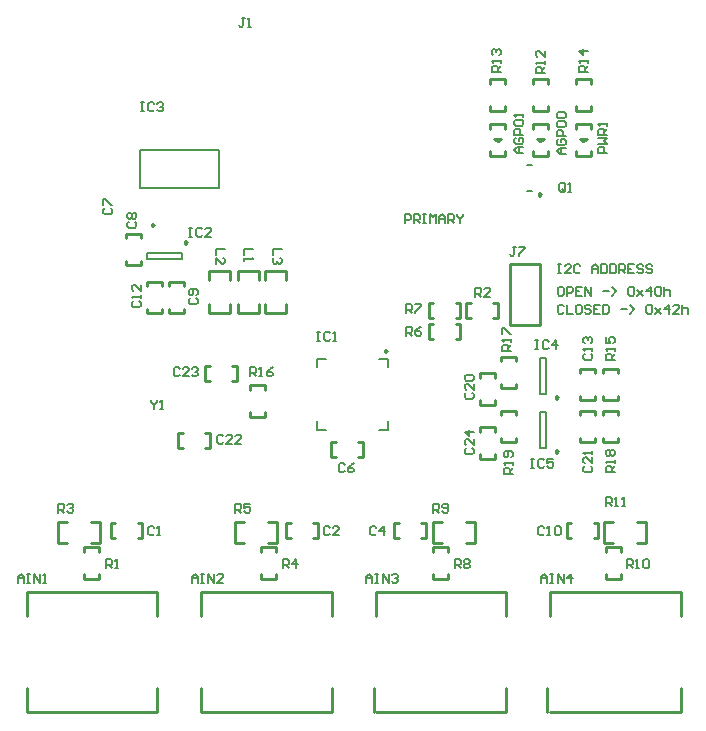
<source format=gto>
%FSLAX24Y24*%
%MOIN*%
G70*
G01*
G75*
%ADD10C,0.0079*%
%ADD11R,0.0300X0.0300*%
%ADD12R,0.0300X0.0300*%
%ADD13R,0.0492X0.0768*%
%ADD14R,0.0276X0.0079*%
%ADD15R,0.1437X0.1437*%
%ADD16R,0.0079X0.0276*%
%ADD17R,0.0236X0.0394*%
%ADD18R,0.1378X0.0846*%
%ADD19R,0.0433X0.0846*%
%ADD20R,0.0433X0.0846*%
%ADD21R,0.0433X0.0236*%
%ADD22R,0.0500X0.0400*%
%ADD23O,0.0512X0.0138*%
%ADD24R,0.0400X0.0500*%
%ADD25R,0.0787X0.0472*%
%ADD26C,0.0118*%
%ADD27R,0.1400X0.0900*%
%ADD28R,0.1140X0.0550*%
%ADD29R,0.1400X0.1550*%
%ADD30C,0.1969*%
%ADD31C,0.1181*%
%ADD32C,0.1575*%
%ADD33O,0.0709X0.0787*%
%ADD34C,0.0600*%
%ADD35O,0.0472X0.0551*%
%ADD36R,0.0709X0.0709*%
%ADD37C,0.0709*%
%ADD38C,0.0236*%
%ADD39C,0.0197*%
%ADD40C,0.0039*%
%ADD41C,0.0098*%
%ADD42C,0.0100*%
%ADD43C,0.0090*%
%ADD44C,0.0050*%
D10*
X10419Y11686D02*
Y11981D01*
X10714D01*
X10419Y9619D02*
Y9914D01*
Y9619D02*
X10714D01*
X12486D02*
X12781D01*
Y9914D01*
Y11686D02*
Y11981D01*
X12486D02*
X12781D01*
X4759Y15302D02*
X5941D01*
X4759Y15498D02*
X5941D01*
X4759Y15302D02*
Y15498D01*
X5941Y15302D02*
Y15498D01*
X7169Y17660D02*
Y18940D01*
X4531Y17660D02*
Y18940D01*
Y17660D02*
X7169D01*
X4531Y18940D02*
X7169D01*
X17852Y10790D02*
Y12010D01*
X18048Y10790D02*
Y12010D01*
X17852D02*
X18048D01*
X17852Y10790D02*
X18048D01*
X17852Y8990D02*
Y10210D01*
X18048Y8990D02*
Y10210D01*
X17852D02*
X18048D01*
X17852Y8990D02*
X18048D01*
X17421Y18433D02*
X17579D01*
X17421Y17567D02*
X17579D01*
D40*
X3834Y16477D02*
D03*
D41*
X12771Y12237D02*
X12697Y12280D01*
Y12194D01*
X12771Y12237D01*
X6108Y15853D02*
X6034Y15895D01*
Y15810D01*
X6108Y15853D01*
X4994Y16440D02*
X4920Y16482D01*
Y16397D01*
X4994Y16440D01*
X18472Y10691D02*
X18398Y10734D01*
Y10649D01*
X18472Y10691D01*
Y8891D02*
X18398Y8934D01*
Y8849D01*
X18472Y8891D01*
X17884Y17459D02*
X17810Y17501D01*
Y17416D01*
X17884Y17459D01*
D42*
X5100Y3400D02*
Y4200D01*
X18200D02*
X22550D01*
X18200Y200D02*
X22550D01*
X12383Y4200D02*
X16733D01*
X12383Y200D02*
X16733D01*
X6567Y4200D02*
X10917D01*
X6567Y200D02*
X10917D01*
X750Y4200D02*
X5100D01*
X750Y200D02*
X5100D01*
X16332Y19314D02*
X16568D01*
X16332D02*
X16450Y19235D01*
X16568Y19314D01*
X17757D02*
X17993D01*
X17757D02*
X17875Y19235D01*
X17993Y19314D01*
X6567Y200D02*
Y1000D01*
X10917Y200D02*
Y1000D01*
X12333Y200D02*
Y1000D01*
X16733Y200D02*
Y1000D01*
X18100Y200D02*
Y1000D01*
X22550Y200D02*
Y1000D01*
Y3400D02*
Y4200D01*
X18200Y3400D02*
Y4200D01*
X16733Y3400D02*
Y4200D01*
X12383Y3400D02*
Y4200D01*
X10917Y3400D02*
Y4200D01*
X6567Y3400D02*
Y4200D01*
X750Y3400D02*
Y4200D01*
X5100Y200D02*
Y1000D01*
X750Y200D02*
Y1000D01*
X16850Y13100D02*
X17850D01*
Y15120D01*
X16850Y13100D02*
Y15120D01*
X17850D01*
X19182Y19314D02*
X19418D01*
X19182D02*
X19300Y19235D01*
X19418Y19314D01*
D43*
X16700Y18750D02*
Y18900D01*
X16200Y18750D02*
X16700D01*
X16200D02*
Y18900D01*
X16700Y19650D02*
Y19800D01*
X16200D02*
X16700D01*
X16200Y19650D02*
Y19800D01*
X18125Y18750D02*
Y18900D01*
X17625Y18750D02*
X18125D01*
X17625D02*
Y18900D01*
X18125Y19650D02*
Y19800D01*
X17625D02*
X18125D01*
X17625Y19650D02*
Y19800D01*
X19550Y18750D02*
Y18900D01*
X19050Y18750D02*
X19550D01*
X19050D02*
Y18900D01*
X19550Y19650D02*
Y19800D01*
X19050D02*
X19550D01*
X19050Y19650D02*
Y19800D01*
X18125Y21150D02*
Y21300D01*
X17625Y21150D02*
Y21300D01*
Y21300D02*
X18125D01*
Y20250D02*
Y20400D01*
X17625Y20250D02*
Y20400D01*
Y20250D02*
X18125D01*
X16700Y21150D02*
Y21300D01*
X16200Y21150D02*
Y21300D01*
Y21300D02*
X16700D01*
Y20250D02*
Y20400D01*
X16200Y20250D02*
Y20400D01*
Y20250D02*
X16700D01*
X4450Y6000D02*
X4600D01*
X4450Y6500D02*
X4600D01*
X4600Y6000D02*
Y6500D01*
X3550Y6000D02*
X3700D01*
X3550Y6500D02*
X3700D01*
X3550Y6000D02*
Y6500D01*
X10300Y6000D02*
X10450D01*
X10300Y6500D02*
X10450D01*
X10450Y6000D02*
Y6500D01*
X9400Y6000D02*
X9550D01*
X9400Y6500D02*
X9550D01*
X9400Y6000D02*
Y6500D01*
X13000D02*
X13150D01*
X13000Y6000D02*
X13150D01*
X13000D02*
Y6500D01*
X13900D02*
X14050D01*
X13900Y6000D02*
X14050D01*
Y6500D01*
X10900Y9200D02*
X11050D01*
X10900Y8700D02*
X11050D01*
X10900D02*
Y9200D01*
X11800D02*
X11950D01*
X11800Y8700D02*
X11950D01*
Y9200D01*
X4550Y16000D02*
Y16150D01*
X4050Y16000D02*
Y16150D01*
Y16150D02*
X4550D01*
Y15100D02*
Y15250D01*
X4050Y15100D02*
Y15250D01*
Y15100D02*
X4550D01*
X6000Y14400D02*
Y14550D01*
X5500Y14400D02*
Y14550D01*
Y14550D02*
X6000D01*
Y13500D02*
Y13650D01*
X5500Y13500D02*
Y13650D01*
Y13500D02*
X6000D01*
X18750Y6500D02*
X18900D01*
X18750Y6000D02*
X18900D01*
X18750D02*
Y6500D01*
X19650D02*
X19800D01*
X19650Y6000D02*
X19800D01*
Y6500D01*
X5250Y14400D02*
Y14550D01*
X4750Y14400D02*
Y14550D01*
Y14550D02*
X5250D01*
Y13500D02*
Y13650D01*
X4750Y13500D02*
Y13650D01*
Y13500D02*
X5250D01*
X19700Y11500D02*
Y11650D01*
X19200Y11500D02*
Y11650D01*
Y11650D02*
X19700D01*
Y10600D02*
Y10750D01*
X19200Y10600D02*
Y10750D01*
Y10600D02*
X19700D01*
X16350Y11350D02*
Y11500D01*
X15850Y11350D02*
Y11500D01*
Y11500D02*
X16350D01*
Y10450D02*
Y10600D01*
X15850Y10450D02*
Y10600D01*
Y10450D02*
X16350D01*
X19200Y9200D02*
Y9350D01*
X19700Y9200D02*
Y9350D01*
X19200Y9200D02*
X19700D01*
X19200Y10100D02*
Y10250D01*
X19700Y10100D02*
Y10250D01*
X19200D02*
X19700D01*
X5800Y9500D02*
X5950D01*
X5800Y9000D02*
X5950D01*
X5800D02*
Y9500D01*
X6700D02*
X6850D01*
X6700Y9000D02*
X6850D01*
Y9500D01*
X7600Y11250D02*
X7750D01*
X7600Y11750D02*
X7750D01*
X7750Y11250D02*
Y11750D01*
X6700Y11250D02*
X6850D01*
X6700Y11750D02*
X6850D01*
X6700Y11250D02*
Y11750D01*
X16350Y9550D02*
Y9700D01*
X15850Y9550D02*
Y9700D01*
Y9700D02*
X16350D01*
Y8650D02*
Y8800D01*
X15850Y8650D02*
Y8800D01*
Y8650D02*
X16350D01*
X7800Y14600D02*
Y14900D01*
X8500D01*
Y14600D02*
Y14900D01*
X7800Y13500D02*
Y13800D01*
Y13500D02*
X8500Y13500D01*
Y13800D01*
X6825Y14600D02*
Y14900D01*
X7525D01*
Y14600D02*
Y14900D01*
X6825Y13500D02*
Y13800D01*
Y13500D02*
X7525Y13500D01*
Y13800D01*
X8700Y14600D02*
Y14900D01*
X9400D01*
Y14600D02*
Y14900D01*
X8700Y13500D02*
Y13800D01*
Y13500D02*
X9400Y13500D01*
Y13800D01*
X3150Y5550D02*
Y5700D01*
X2650Y5550D02*
Y5700D01*
Y5700D02*
X3150D01*
Y4650D02*
Y4800D01*
X2650Y4650D02*
Y4800D01*
Y4650D02*
X3150D01*
X16300Y13350D02*
X16450D01*
X16300Y13850D02*
X16450D01*
X16450Y13350D02*
Y13850D01*
X15400Y13350D02*
X15550D01*
X15400Y13850D02*
X15550D01*
X15400Y13350D02*
Y13850D01*
X1800Y5850D02*
X2100D01*
X1800D02*
Y6550D01*
X2100D01*
X2900Y5850D02*
X3200D01*
X3200Y6550D02*
X3200Y5850D01*
X2900Y6550D02*
X3200D01*
X9050Y5550D02*
Y5700D01*
X8550Y5550D02*
Y5700D01*
Y5700D02*
X9050D01*
Y4650D02*
Y4800D01*
X8550Y4650D02*
Y4800D01*
Y4650D02*
X9050D01*
X7700Y5850D02*
X8000D01*
X7700D02*
Y6550D01*
X8000D01*
X8800Y5850D02*
X9100D01*
X9100Y6550D02*
X9100Y5850D01*
X8800Y6550D02*
X9100D01*
X15050Y12650D02*
X15200D01*
X15050Y13150D02*
X15200D01*
X15200Y12650D02*
Y13150D01*
X14150Y12650D02*
X14300D01*
X14150Y13150D02*
X14300D01*
X14150Y12650D02*
Y13150D01*
X15050Y13350D02*
X15200D01*
X15050Y13850D02*
X15200D01*
X15200Y13350D02*
Y13850D01*
X14150Y13350D02*
X14300D01*
X14150Y13850D02*
X14300D01*
X14150Y13350D02*
Y13850D01*
X14800Y5550D02*
Y5700D01*
X14300Y5550D02*
Y5700D01*
Y5700D02*
X14800D01*
Y4650D02*
Y4800D01*
X14300Y4650D02*
Y4800D01*
Y4650D02*
X14800D01*
X15400Y6550D02*
X15700D01*
Y5850D02*
Y6550D01*
X15400Y5850D02*
X15700D01*
X14300Y6550D02*
X14600D01*
X14300D02*
X14300Y5850D01*
X14600D01*
X20550Y5550D02*
Y5700D01*
X20050Y5550D02*
Y5700D01*
Y5700D02*
X20550D01*
Y4650D02*
Y4800D01*
X20050Y4650D02*
Y4800D01*
Y4650D02*
X20550D01*
X21100Y6550D02*
X21400D01*
Y5850D02*
Y6550D01*
X21100Y5850D02*
X21400D01*
X20000Y6550D02*
X20300D01*
X20000D02*
X20000Y5850D01*
X20300D01*
X19550Y21150D02*
Y21300D01*
X19050Y21150D02*
Y21300D01*
Y21300D02*
X19550D01*
Y20250D02*
Y20400D01*
X19050Y20250D02*
Y20400D01*
Y20250D02*
X19550D01*
X19950Y10600D02*
Y10750D01*
X20450Y10600D02*
Y10750D01*
X19950Y10600D02*
X20450D01*
X19950Y11500D02*
Y11650D01*
X20450Y11500D02*
Y11650D01*
X19950D02*
X20450D01*
X8700Y10950D02*
Y11100D01*
X8200Y10950D02*
Y11100D01*
Y11100D02*
X8700D01*
Y10050D02*
Y10200D01*
X8200Y10050D02*
Y10200D01*
Y10050D02*
X8700D01*
X16550Y11000D02*
Y11150D01*
X17050Y11000D02*
Y11150D01*
X16550Y11000D02*
X17050D01*
X16550Y11900D02*
Y12050D01*
X17050Y11900D02*
Y12050D01*
X16550D02*
X17050D01*
X20450Y10100D02*
Y10250D01*
X19950Y10100D02*
Y10250D01*
Y10250D02*
X20450D01*
Y9200D02*
Y9350D01*
X19950Y9200D02*
Y9350D01*
Y9200D02*
X20450D01*
X16550Y9200D02*
Y9350D01*
X17050Y9200D02*
Y9350D01*
X16550Y9200D02*
X17050D01*
X16550Y10100D02*
Y10250D01*
X17050Y10100D02*
Y10250D01*
X16550D02*
X17050D01*
D44*
X4900Y10600D02*
Y10550D01*
X5000Y10450D01*
X5100Y10550D01*
Y10600D01*
X5000Y10450D02*
Y10300D01*
X5200D02*
X5300D01*
X5250D01*
Y10600D01*
X5200Y10550D01*
X16950Y8150D02*
X16650D01*
Y8300D01*
X16700Y8350D01*
X16800D01*
X16850Y8300D01*
Y8150D01*
Y8250D02*
X16950Y8350D01*
Y8450D02*
Y8550D01*
Y8500D01*
X16650D01*
X16700Y8450D01*
X16900Y8700D02*
X16950Y8750D01*
Y8850D01*
X16900Y8900D01*
X16700D01*
X16650Y8850D01*
Y8750D01*
X16700Y8700D01*
X16750D01*
X16800Y8750D01*
Y8900D01*
X20350Y8200D02*
X20050D01*
Y8350D01*
X20100Y8400D01*
X20200D01*
X20250Y8350D01*
Y8200D01*
Y8300D02*
X20350Y8400D01*
Y8500D02*
Y8600D01*
Y8550D01*
X20050D01*
X20100Y8500D01*
Y8750D02*
X20050Y8800D01*
Y8900D01*
X20100Y8950D01*
X20150D01*
X20200Y8900D01*
X20250Y8950D01*
X20300D01*
X20350Y8900D01*
Y8800D01*
X20300Y8750D01*
X20250D01*
X20200Y8800D01*
X20150Y8750D01*
X20100D01*
X20200Y8800D02*
Y8900D01*
X16900Y12250D02*
X16600D01*
Y12400D01*
X16650Y12450D01*
X16750D01*
X16800Y12400D01*
Y12250D01*
Y12350D02*
X16900Y12450D01*
Y12550D02*
Y12650D01*
Y12600D01*
X16600D01*
X16650Y12550D01*
X16600Y12800D02*
Y13000D01*
X16650D01*
X16850Y12800D01*
X16900D01*
X8205Y11395D02*
Y11695D01*
X8355D01*
X8405Y11645D01*
Y11545D01*
X8355Y11495D01*
X8205D01*
X8305D02*
X8405Y11395D01*
X8505D02*
X8605D01*
X8555D01*
Y11695D01*
X8505Y11645D01*
X8955Y11695D02*
X8855Y11645D01*
X8755Y11545D01*
Y11445D01*
X8805Y11395D01*
X8905D01*
X8955Y11445D01*
Y11495D01*
X8905Y11545D01*
X8755D01*
X20350Y11950D02*
X20050D01*
Y12100D01*
X20100Y12150D01*
X20200D01*
X20250Y12100D01*
Y11950D01*
Y12050D02*
X20350Y12150D01*
Y12250D02*
Y12350D01*
Y12300D01*
X20050D01*
X20100Y12250D01*
X20050Y12700D02*
Y12500D01*
X20200D01*
X20150Y12600D01*
Y12650D01*
X20200Y12700D01*
X20300D01*
X20350Y12650D01*
Y12550D01*
X20300Y12500D01*
X19450Y21550D02*
X19150D01*
Y21700D01*
X19200Y21750D01*
X19300D01*
X19350Y21700D01*
Y21550D01*
Y21650D02*
X19450Y21750D01*
Y21850D02*
Y21950D01*
Y21900D01*
X19150D01*
X19200Y21850D01*
X19450Y22250D02*
X19150D01*
X19300Y22100D01*
Y22300D01*
X20050Y7065D02*
Y7365D01*
X20200D01*
X20250Y7315D01*
Y7215D01*
X20200Y7165D01*
X20050D01*
X20150D02*
X20250Y7065D01*
X20350D02*
X20450D01*
X20400D01*
Y7365D01*
X20350Y7315D01*
X20600Y7065D02*
X20700D01*
X20650D01*
Y7365D01*
X20600Y7315D01*
X20750Y5000D02*
Y5300D01*
X20900D01*
X20950Y5250D01*
Y5150D01*
X20900Y5100D01*
X20750D01*
X20850D02*
X20950Y5000D01*
X21050D02*
X21150D01*
X21100D01*
Y5300D01*
X21050Y5250D01*
X21300D02*
X21350Y5300D01*
X21450D01*
X21500Y5250D01*
Y5050D01*
X21450Y5000D01*
X21350D01*
X21300Y5050D01*
Y5250D01*
X14305Y6845D02*
Y7145D01*
X14455D01*
X14505Y7095D01*
Y6995D01*
X14455Y6945D01*
X14305D01*
X14405D02*
X14505Y6845D01*
X14605Y6895D02*
X14655Y6845D01*
X14755D01*
X14805Y6895D01*
Y7095D01*
X14755Y7145D01*
X14655D01*
X14605Y7095D01*
Y7045D01*
X14655Y6995D01*
X14805D01*
X15017Y5000D02*
Y5300D01*
X15167D01*
X15217Y5250D01*
Y5150D01*
X15167Y5100D01*
X15017D01*
X15117D02*
X15217Y5000D01*
X15317Y5250D02*
X15367Y5300D01*
X15467D01*
X15517Y5250D01*
Y5200D01*
X15467Y5150D01*
X15517Y5100D01*
Y5050D01*
X15467Y5000D01*
X15367D01*
X15317Y5050D01*
Y5100D01*
X15367Y5150D01*
X15317Y5200D01*
Y5250D01*
X15367Y5150D02*
X15467D01*
X13400Y13500D02*
Y13800D01*
X13550D01*
X13600Y13750D01*
Y13650D01*
X13550Y13600D01*
X13400D01*
X13500D02*
X13600Y13500D01*
X13700Y13800D02*
X13900D01*
Y13750D01*
X13700Y13550D01*
Y13500D01*
X13400Y12750D02*
Y13050D01*
X13550D01*
X13600Y13000D01*
Y12900D01*
X13550Y12850D01*
X13400D01*
X13500D02*
X13600Y12750D01*
X13900Y13050D02*
X13800Y13000D01*
X13700Y12900D01*
Y12800D01*
X13750Y12750D01*
X13850D01*
X13900Y12800D01*
Y12850D01*
X13850Y12900D01*
X13700D01*
X7705Y6845D02*
Y7145D01*
X7855D01*
X7905Y7095D01*
Y6995D01*
X7855Y6945D01*
X7705D01*
X7805D02*
X7905Y6845D01*
X8205Y7145D02*
X8005D01*
Y6995D01*
X8105Y7045D01*
X8155D01*
X8205Y6995D01*
Y6895D01*
X8155Y6845D01*
X8055D01*
X8005Y6895D01*
X9283Y5000D02*
Y5300D01*
X9433D01*
X9483Y5250D01*
Y5150D01*
X9433Y5100D01*
X9283D01*
X9383D02*
X9483Y5000D01*
X9733D02*
Y5300D01*
X9583Y5150D01*
X9783D01*
X1805Y6845D02*
Y7145D01*
X1955D01*
X2005Y7095D01*
Y6995D01*
X1955Y6945D01*
X1805D01*
X1905D02*
X2005Y6845D01*
X2105Y7095D02*
X2155Y7145D01*
X2255D01*
X2305Y7095D01*
Y7045D01*
X2255Y6995D01*
X2205D01*
X2255D01*
X2305Y6945D01*
Y6895D01*
X2255Y6845D01*
X2155D01*
X2105Y6895D01*
X15700Y14050D02*
Y14350D01*
X15850D01*
X15900Y14300D01*
Y14200D01*
X15850Y14150D01*
X15700D01*
X15800D02*
X15900Y14050D01*
X16200D02*
X16000D01*
X16200Y14250D01*
Y14300D01*
X16150Y14350D01*
X16050D01*
X16000Y14300D01*
X3400Y5000D02*
Y5300D01*
X3550D01*
X3600Y5250D01*
Y5150D01*
X3550Y5100D01*
X3400D01*
X3500D02*
X3600Y5000D01*
X3700D02*
X3800D01*
X3750D01*
Y5300D01*
X3700Y5250D01*
X18700Y17600D02*
Y17800D01*
X18650Y17850D01*
X18550D01*
X18500Y17800D01*
Y17600D01*
X18550Y17550D01*
X18650D01*
X18600Y17650D02*
X18700Y17550D01*
X18650D02*
X18700Y17600D01*
X18800Y17550D02*
X18900D01*
X18850D01*
Y17850D01*
X18800Y17800D01*
X9250Y15650D02*
X8950D01*
Y15450D01*
X9200Y15350D02*
X9250Y15300D01*
Y15200D01*
X9200Y15150D01*
X9150D01*
X9100Y15200D01*
Y15250D01*
Y15200D01*
X9050Y15150D01*
X9000D01*
X8950Y15200D01*
Y15300D01*
X9000Y15350D01*
X7350Y15650D02*
X7050D01*
Y15450D01*
Y15150D02*
Y15350D01*
X7250Y15150D01*
X7300D01*
X7350Y15200D01*
Y15300D01*
X7300Y15350D01*
X8300Y15650D02*
X8000D01*
Y15450D01*
Y15350D02*
Y15250D01*
Y15300D01*
X8300D01*
X8250Y15350D01*
X17550Y8650D02*
X17650D01*
X17600D01*
Y8350D01*
X17550D01*
X17650D01*
X18000Y8600D02*
X17950Y8650D01*
X17850D01*
X17800Y8600D01*
Y8400D01*
X17850Y8350D01*
X17950D01*
X18000Y8400D01*
X18300Y8650D02*
X18100D01*
Y8500D01*
X18200Y8550D01*
X18250D01*
X18300Y8500D01*
Y8400D01*
X18250Y8350D01*
X18150D01*
X18100Y8400D01*
X17700Y12600D02*
X17800D01*
X17750D01*
Y12300D01*
X17700D01*
X17800D01*
X18150Y12550D02*
X18100Y12600D01*
X18000D01*
X17950Y12550D01*
Y12350D01*
X18000Y12300D01*
X18100D01*
X18150Y12350D01*
X18400Y12300D02*
Y12600D01*
X18250Y12450D01*
X18450D01*
X4545Y20535D02*
X4645D01*
X4595D01*
Y20235D01*
X4545D01*
X4645D01*
X4995Y20485D02*
X4945Y20535D01*
X4845D01*
X4795Y20485D01*
Y20285D01*
X4845Y20235D01*
X4945D01*
X4995Y20285D01*
X5095Y20485D02*
X5145Y20535D01*
X5245D01*
X5295Y20485D01*
Y20435D01*
X5245Y20385D01*
X5195D01*
X5245D01*
X5295Y20335D01*
Y20285D01*
X5245Y20235D01*
X5145D01*
X5095Y20285D01*
X6150Y16350D02*
X6250D01*
X6200D01*
Y16050D01*
X6150D01*
X6250D01*
X6600Y16300D02*
X6550Y16350D01*
X6450D01*
X6400Y16300D01*
Y16100D01*
X6450Y16050D01*
X6550D01*
X6600Y16100D01*
X6900Y16050D02*
X6700D01*
X6900Y16250D01*
Y16300D01*
X6850Y16350D01*
X6750D01*
X6700Y16300D01*
X10425Y12885D02*
X10525D01*
X10475D01*
Y12585D01*
X10425D01*
X10525D01*
X10875Y12835D02*
X10825Y12885D01*
X10725D01*
X10675Y12835D01*
Y12635D01*
X10725Y12585D01*
X10825D01*
X10875Y12635D01*
X10975Y12585D02*
X11075D01*
X11025D01*
Y12885D01*
X10975Y12835D01*
X15400Y9000D02*
X15350Y8950D01*
Y8850D01*
X15400Y8800D01*
X15600D01*
X15650Y8850D01*
Y8950D01*
X15600Y9000D01*
X15650Y9300D02*
Y9100D01*
X15450Y9300D01*
X15400D01*
X15350Y9250D01*
Y9150D01*
X15400Y9100D01*
X15650Y9550D02*
X15350D01*
X15500Y9400D01*
Y9600D01*
X5850Y11650D02*
X5800Y11700D01*
X5700D01*
X5650Y11650D01*
Y11450D01*
X5700Y11400D01*
X5800D01*
X5850Y11450D01*
X6150Y11400D02*
X5950D01*
X6150Y11600D01*
Y11650D01*
X6100Y11700D01*
X6000D01*
X5950Y11650D01*
X6250D02*
X6300Y11700D01*
X6400D01*
X6450Y11650D01*
Y11600D01*
X6400Y11550D01*
X6350D01*
X6400D01*
X6450Y11500D01*
Y11450D01*
X6400Y11400D01*
X6300D01*
X6250Y11450D01*
X7300Y9400D02*
X7250Y9450D01*
X7150D01*
X7100Y9400D01*
Y9200D01*
X7150Y9150D01*
X7250D01*
X7300Y9200D01*
X7600Y9150D02*
X7400D01*
X7600Y9350D01*
Y9400D01*
X7550Y9450D01*
X7450D01*
X7400Y9400D01*
X7900Y9150D02*
X7700D01*
X7900Y9350D01*
Y9400D01*
X7850Y9450D01*
X7750D01*
X7700Y9400D01*
X19350Y8400D02*
X19300Y8350D01*
Y8250D01*
X19350Y8200D01*
X19550D01*
X19600Y8250D01*
Y8350D01*
X19550Y8400D01*
X19600Y8700D02*
Y8500D01*
X19400Y8700D01*
X19350D01*
X19300Y8650D01*
Y8550D01*
X19350Y8500D01*
X19600Y8800D02*
Y8900D01*
Y8850D01*
X19300D01*
X19350Y8800D01*
X15400Y10850D02*
X15350Y10800D01*
Y10700D01*
X15400Y10650D01*
X15600D01*
X15650Y10700D01*
Y10800D01*
X15600Y10850D01*
X15650Y11150D02*
Y10950D01*
X15450Y11150D01*
X15400D01*
X15350Y11100D01*
Y11000D01*
X15400Y10950D01*
Y11250D02*
X15350Y11300D01*
Y11400D01*
X15400Y11450D01*
X15600D01*
X15650Y11400D01*
Y11300D01*
X15600Y11250D01*
X15400D01*
X19350Y12150D02*
X19300Y12100D01*
Y12000D01*
X19350Y11950D01*
X19550D01*
X19600Y12000D01*
Y12100D01*
X19550Y12150D01*
X19600Y12250D02*
Y12350D01*
Y12300D01*
X19300D01*
X19350Y12250D01*
Y12500D02*
X19300Y12550D01*
Y12650D01*
X19350Y12700D01*
X19400D01*
X19450Y12650D01*
Y12600D01*
Y12650D01*
X19500Y12700D01*
X19550D01*
X19600Y12650D01*
Y12550D01*
X19550Y12500D01*
X4300Y13900D02*
X4250Y13850D01*
Y13750D01*
X4300Y13700D01*
X4500D01*
X4550Y13750D01*
Y13850D01*
X4500Y13900D01*
X4550Y14000D02*
Y14100D01*
Y14050D01*
X4250D01*
X4300Y14000D01*
X4550Y14450D02*
Y14250D01*
X4350Y14450D01*
X4300D01*
X4250Y14400D01*
Y14300D01*
X4300Y14250D01*
X18000Y6350D02*
X17950Y6400D01*
X17850D01*
X17800Y6350D01*
Y6150D01*
X17850Y6100D01*
X17950D01*
X18000Y6150D01*
X18100Y6100D02*
X18200D01*
X18150D01*
Y6400D01*
X18100Y6350D01*
X18350D02*
X18400Y6400D01*
X18500D01*
X18550Y6350D01*
Y6150D01*
X18500Y6100D01*
X18400D01*
X18350Y6150D01*
Y6350D01*
X6200Y14000D02*
X6150Y13950D01*
Y13850D01*
X6200Y13800D01*
X6400D01*
X6450Y13850D01*
Y13950D01*
X6400Y14000D01*
Y14100D02*
X6450Y14150D01*
Y14250D01*
X6400Y14300D01*
X6200D01*
X6150Y14250D01*
Y14150D01*
X6200Y14100D01*
X6250D01*
X6300Y14150D01*
Y14300D01*
X4150Y16550D02*
X4100Y16500D01*
Y16400D01*
X4150Y16350D01*
X4350D01*
X4400Y16400D01*
Y16500D01*
X4350Y16550D01*
X4150Y16650D02*
X4100Y16700D01*
Y16800D01*
X4150Y16850D01*
X4200D01*
X4250Y16800D01*
X4300Y16850D01*
X4350D01*
X4400Y16800D01*
Y16700D01*
X4350Y16650D01*
X4300D01*
X4250Y16700D01*
X4200Y16650D01*
X4150D01*
X4250Y16700D02*
Y16800D01*
X3350Y17000D02*
X3300Y16950D01*
Y16850D01*
X3350Y16800D01*
X3550D01*
X3600Y16850D01*
Y16950D01*
X3550Y17000D01*
X3300Y17100D02*
Y17300D01*
X3350D01*
X3550Y17100D01*
X3600D01*
X11350Y8450D02*
X11300Y8500D01*
X11200D01*
X11150Y8450D01*
Y8250D01*
X11200Y8200D01*
X11300D01*
X11350Y8250D01*
X11650Y8500D02*
X11550Y8450D01*
X11450Y8350D01*
Y8250D01*
X11500Y8200D01*
X11600D01*
X11650Y8250D01*
Y8300D01*
X11600Y8350D01*
X11450D01*
X12400Y6350D02*
X12350Y6400D01*
X12250D01*
X12200Y6350D01*
Y6150D01*
X12250Y6100D01*
X12350D01*
X12400Y6150D01*
X12650Y6100D02*
Y6400D01*
X12500Y6250D01*
X12700D01*
X10850Y6350D02*
X10800Y6400D01*
X10700D01*
X10650Y6350D01*
Y6150D01*
X10700Y6100D01*
X10800D01*
X10850Y6150D01*
X11150Y6100D02*
X10950D01*
X11150Y6300D01*
Y6350D01*
X11100Y6400D01*
X11000D01*
X10950Y6350D01*
X5000D02*
X4950Y6400D01*
X4850D01*
X4800Y6350D01*
Y6150D01*
X4850Y6100D01*
X4950D01*
X5000Y6150D01*
X5100Y6100D02*
X5200D01*
X5150D01*
Y6400D01*
X5100Y6350D01*
X6255Y4505D02*
Y4705D01*
X6355Y4805D01*
X6455Y4705D01*
Y4505D01*
Y4655D01*
X6255D01*
X6555Y4805D02*
X6655D01*
X6605D01*
Y4505D01*
X6555D01*
X6655D01*
X6805D02*
Y4805D01*
X7005Y4505D01*
Y4805D01*
X7305Y4505D02*
X7105D01*
X7305Y4705D01*
Y4755D01*
X7255Y4805D01*
X7155D01*
X7105Y4755D01*
X445Y4505D02*
Y4705D01*
X545Y4805D01*
X645Y4705D01*
Y4505D01*
Y4655D01*
X445D01*
X745Y4805D02*
X845D01*
X795D01*
Y4505D01*
X745D01*
X845D01*
X995D02*
Y4805D01*
X1195Y4505D01*
Y4805D01*
X1295Y4505D02*
X1395D01*
X1345D01*
Y4805D01*
X1295Y4755D01*
X18725Y18800D02*
X18525D01*
X18425Y18900D01*
X18525Y19000D01*
X18725D01*
X18575D01*
Y18800D01*
X18475Y19300D02*
X18425Y19250D01*
Y19150D01*
X18475Y19100D01*
X18675D01*
X18725Y19150D01*
Y19250D01*
X18675Y19300D01*
X18575D01*
Y19200D01*
X18725Y19400D02*
X18425D01*
Y19550D01*
X18475Y19600D01*
X18575D01*
X18625Y19550D01*
Y19400D01*
X18425Y19850D02*
Y19750D01*
X18475Y19700D01*
X18675D01*
X18725Y19750D01*
Y19850D01*
X18675Y19900D01*
X18475D01*
X18425Y19850D01*
X18475Y20000D02*
X18425Y20050D01*
Y20150D01*
X18475Y20200D01*
X18675D01*
X18725Y20150D01*
Y20050D01*
X18675Y20000D01*
X18475D01*
X17895Y4505D02*
Y4705D01*
X17995Y4805D01*
X18095Y4705D01*
Y4505D01*
Y4655D01*
X17895D01*
X18195Y4805D02*
X18295D01*
X18245D01*
Y4505D01*
X18195D01*
X18295D01*
X18445D02*
Y4805D01*
X18645Y4505D01*
Y4805D01*
X18895Y4505D02*
Y4805D01*
X18745Y4655D01*
X18945D01*
X12075Y4505D02*
Y4705D01*
X12175Y4805D01*
X12275Y4705D01*
Y4505D01*
Y4655D01*
X12075D01*
X12375Y4805D02*
X12475D01*
X12425D01*
Y4505D01*
X12375D01*
X12475D01*
X12625D02*
Y4805D01*
X12825Y4505D01*
Y4805D01*
X12925Y4755D02*
X12975Y4805D01*
X13075D01*
X13125Y4755D01*
Y4705D01*
X13075Y4655D01*
X13025D01*
X13075D01*
X13125Y4605D01*
Y4555D01*
X13075Y4505D01*
X12975D01*
X12925Y4555D01*
X16550Y21550D02*
X16250D01*
Y21700D01*
X16300Y21750D01*
X16400D01*
X16450Y21700D01*
Y21550D01*
Y21650D02*
X16550Y21750D01*
Y21850D02*
Y21950D01*
Y21900D01*
X16250D01*
X16300Y21850D01*
Y22100D02*
X16250Y22150D01*
Y22250D01*
X16300Y22300D01*
X16350D01*
X16400Y22250D01*
Y22200D01*
Y22250D01*
X16450Y22300D01*
X16500D01*
X16550Y22250D01*
Y22150D01*
X16500Y22100D01*
X18025Y21500D02*
X17725D01*
Y21650D01*
X17775Y21700D01*
X17875D01*
X17925Y21650D01*
Y21500D01*
Y21600D02*
X18025Y21700D01*
Y21800D02*
Y21900D01*
Y21850D01*
X17725D01*
X17775Y21800D01*
X18025Y22250D02*
Y22050D01*
X17825Y22250D01*
X17775D01*
X17725Y22200D01*
Y22100D01*
X17775Y22050D01*
X20100Y18850D02*
X19800D01*
Y19000D01*
X19850Y19050D01*
X19950D01*
X20000Y19000D01*
Y18850D01*
X19800Y19150D02*
X20100D01*
X20000Y19250D01*
X20100Y19350D01*
X19800D01*
X20100Y19450D02*
X19800D01*
Y19600D01*
X19850Y19650D01*
X19950D01*
X20000Y19600D01*
Y19450D01*
Y19550D02*
X20100Y19650D01*
Y19750D02*
Y19850D01*
Y19800D01*
X19800D01*
X19850Y19750D01*
X17055Y15715D02*
X16955D01*
X17005D01*
Y15465D01*
X16955Y15415D01*
X16905D01*
X16855Y15465D01*
X17155Y15715D02*
X17355D01*
Y15665D01*
X17155Y15465D01*
Y15415D01*
X8013Y23350D02*
X7913D01*
X7963D01*
Y23100D01*
X7913Y23050D01*
X7863D01*
X7813Y23100D01*
X8112Y23050D02*
X8212D01*
X8162D01*
Y23350D01*
X8112Y23300D01*
X17300Y18850D02*
X17100D01*
X17000Y18950D01*
X17100Y19050D01*
X17300D01*
X17150D01*
Y18850D01*
X17050Y19350D02*
X17000Y19300D01*
Y19200D01*
X17050Y19150D01*
X17250D01*
X17300Y19200D01*
Y19300D01*
X17250Y19350D01*
X17150D01*
Y19250D01*
X17300Y19450D02*
X17000D01*
Y19600D01*
X17050Y19650D01*
X17150D01*
X17200Y19600D01*
Y19450D01*
X17000Y19900D02*
Y19800D01*
X17050Y19750D01*
X17250D01*
X17300Y19800D01*
Y19900D01*
X17250Y19950D01*
X17050D01*
X17000Y19900D01*
X17300Y20050D02*
Y20150D01*
Y20100D01*
X17000D01*
X17050Y20050D01*
X18450Y15122D02*
X18550D01*
X18500D01*
Y14822D01*
X18450D01*
X18550D01*
X18900D02*
X18700D01*
X18900Y15022D01*
Y15072D01*
X18850Y15122D01*
X18750D01*
X18700Y15072D01*
X19200D02*
X19150Y15122D01*
X19050D01*
X19000Y15072D01*
Y14872D01*
X19050Y14822D01*
X19150D01*
X19200Y14872D01*
X19600Y14822D02*
Y15022D01*
X19700Y15122D01*
X19800Y15022D01*
Y14822D01*
Y14972D01*
X19600D01*
X19900Y15122D02*
Y14822D01*
X20049D01*
X20099Y14872D01*
Y15072D01*
X20049Y15122D01*
X19900D01*
X20199D02*
Y14822D01*
X20349D01*
X20399Y14872D01*
Y15072D01*
X20349Y15122D01*
X20199D01*
X20499Y14822D02*
Y15122D01*
X20649D01*
X20699Y15072D01*
Y14972D01*
X20649Y14922D01*
X20499D01*
X20599D02*
X20699Y14822D01*
X20999Y15122D02*
X20799D01*
Y14822D01*
X20999D01*
X20799Y14972D02*
X20899D01*
X21299Y15072D02*
X21249Y15122D01*
X21149D01*
X21099Y15072D01*
Y15022D01*
X21149Y14972D01*
X21249D01*
X21299Y14922D01*
Y14872D01*
X21249Y14822D01*
X21149D01*
X21099Y14872D01*
X21599Y15072D02*
X21549Y15122D01*
X21449D01*
X21399Y15072D01*
Y15022D01*
X21449Y14972D01*
X21549D01*
X21599Y14922D01*
Y14872D01*
X21549Y14822D01*
X21449D01*
X21399Y14872D01*
X18600Y14372D02*
X18500D01*
X18450Y14322D01*
Y14122D01*
X18500Y14072D01*
X18600D01*
X18650Y14122D01*
Y14322D01*
X18600Y14372D01*
X18750Y14072D02*
Y14372D01*
X18900D01*
X18950Y14322D01*
Y14222D01*
X18900Y14172D01*
X18750D01*
X19250Y14372D02*
X19050D01*
Y14072D01*
X19250D01*
X19050Y14222D02*
X19150D01*
X19350Y14072D02*
Y14372D01*
X19550Y14072D01*
Y14372D01*
X19950Y14222D02*
X20149D01*
X20249Y14072D02*
X20399Y14222D01*
X20249Y14372D01*
X20799Y14322D02*
X20849Y14372D01*
X20949D01*
X20999Y14322D01*
Y14122D01*
X20949Y14072D01*
X20849D01*
X20799Y14122D01*
Y14322D01*
X21099Y14272D02*
X21299Y14072D01*
X21199Y14172D01*
X21299Y14272D01*
X21099Y14072D01*
X21549D02*
Y14372D01*
X21399Y14222D01*
X21599D01*
X21699Y14322D02*
X21749Y14372D01*
X21849D01*
X21899Y14322D01*
Y14122D01*
X21849Y14072D01*
X21749D01*
X21699Y14122D01*
Y14322D01*
X21999Y14372D02*
Y14072D01*
Y14222D01*
X22049Y14272D01*
X22149D01*
X22199Y14222D01*
Y14072D01*
X18650Y13722D02*
X18600Y13772D01*
X18500D01*
X18450Y13722D01*
Y13522D01*
X18500Y13472D01*
X18600D01*
X18650Y13522D01*
X18750Y13772D02*
Y13472D01*
X18950D01*
X19200Y13772D02*
X19100D01*
X19050Y13722D01*
Y13522D01*
X19100Y13472D01*
X19200D01*
X19250Y13522D01*
Y13722D01*
X19200Y13772D01*
X19550Y13722D02*
X19500Y13772D01*
X19400D01*
X19350Y13722D01*
Y13672D01*
X19400Y13622D01*
X19500D01*
X19550Y13572D01*
Y13522D01*
X19500Y13472D01*
X19400D01*
X19350Y13522D01*
X19850Y13772D02*
X19650D01*
Y13472D01*
X19850D01*
X19650Y13622D02*
X19750D01*
X19950Y13772D02*
Y13472D01*
X20099D01*
X20149Y13522D01*
Y13722D01*
X20099Y13772D01*
X19950D01*
X20549Y13622D02*
X20749D01*
X20849Y13472D02*
X20999Y13622D01*
X20849Y13772D01*
X21399Y13722D02*
X21449Y13772D01*
X21549D01*
X21599Y13722D01*
Y13522D01*
X21549Y13472D01*
X21449D01*
X21399Y13522D01*
Y13722D01*
X21699Y13672D02*
X21899Y13472D01*
X21799Y13572D01*
X21899Y13672D01*
X21699Y13472D01*
X22149D02*
Y13772D01*
X21999Y13622D01*
X22199D01*
X22499Y13472D02*
X22299D01*
X22499Y13672D01*
Y13722D01*
X22449Y13772D01*
X22349D01*
X22299Y13722D01*
X22599Y13772D02*
Y13472D01*
Y13622D01*
X22649Y13672D01*
X22749D01*
X22799Y13622D01*
Y13472D01*
X13350Y16500D02*
Y16800D01*
X13500D01*
X13550Y16750D01*
Y16650D01*
X13500Y16600D01*
X13350D01*
X13650Y16500D02*
Y16800D01*
X13800D01*
X13850Y16750D01*
Y16650D01*
X13800Y16600D01*
X13650D01*
X13750D02*
X13850Y16500D01*
X13950Y16800D02*
X14050D01*
X14000D01*
Y16500D01*
X13950D01*
X14050D01*
X14200D02*
Y16800D01*
X14300Y16700D01*
X14400Y16800D01*
Y16500D01*
X14500D02*
Y16700D01*
X14600Y16800D01*
X14700Y16700D01*
Y16500D01*
Y16650D01*
X14500D01*
X14800Y16500D02*
Y16800D01*
X14949D01*
X14999Y16750D01*
Y16650D01*
X14949Y16600D01*
X14800D01*
X14899D02*
X14999Y16500D01*
X15099Y16800D02*
Y16750D01*
X15199Y16650D01*
X15299Y16750D01*
Y16800D01*
X15199Y16650D02*
Y16500D01*
M02*

</source>
